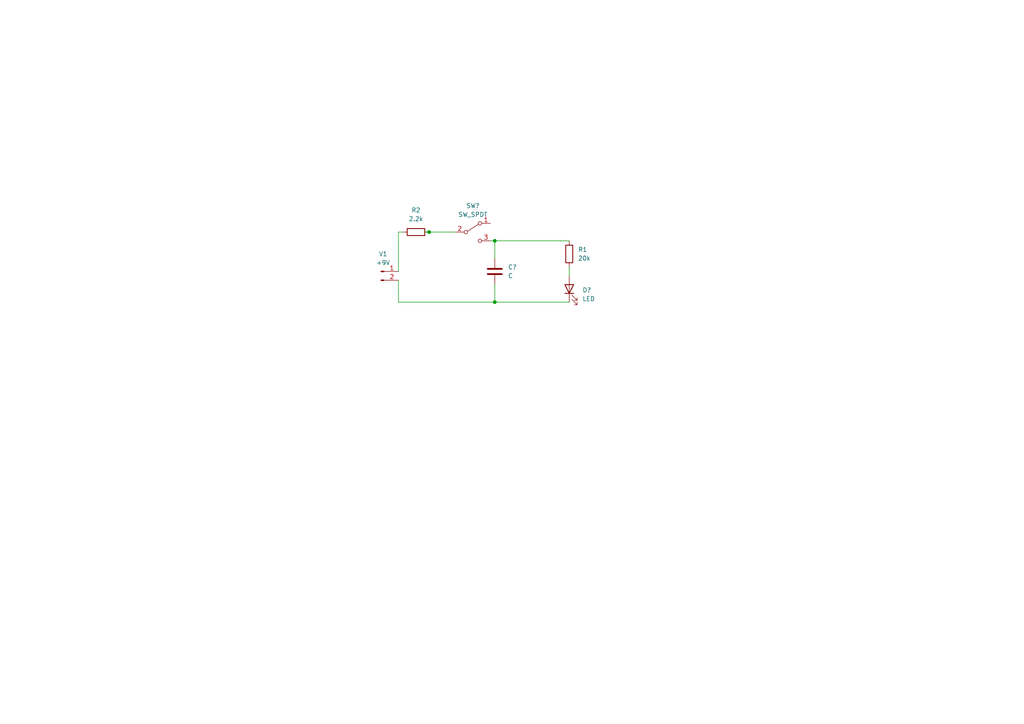
<source format=kicad_sch>
(kicad_sch (version 20211123) (generator eeschema)
  (paper "A4")
  (lib_symbols
    (symbol "Connector:Conn_01x02_Male" (pin_names (offset 1.016) hide)
      (property "Reference" "J" (at 0 2.54 0))
      (property "Value" "Conn_01x02_Male" (at 0 -5.08 0))
      (symbol "Conn_01x02_Male_1_1"
        (polyline (pts (xy 1.27 -2.54) (xy 0.8636 -2.54)) (stroke (width 0.1524)))
        (polyline (pts (xy 1.27 0) (xy 0.8636 0)) (stroke (width 0.1524)))
        (rectangle (start 0.8636 -2.413) (end 0 -2.667) (stroke (width 0.1524)) (fill (type outline)))
        (rectangle (start 0.8636 0.127) (end 0 -0.127) (stroke (width 0.1524)) (fill (type outline)))
        (pin passive line (at 5.08 0 180) (length 3.81) (name "Pin_1") (number "1"))
        (pin passive line (at 5.08 -2.54 180) (length 3.81) (name "Pin_2") (number "2"))
      )
    )
    (symbol "Device:C" (pin_numbers hide) (pin_names (offset 0.254))
      (property "Reference" "C" (at 0.635 2.54 0))
      (property "Value" "C" (at 0.635 -2.54 0))
      (symbol "C_0_1"
        (polyline (pts (xy -2.032 -0.762) (xy 2.032 -0.762)) (stroke (width 0.508)))
        (polyline (pts (xy -2.032 0.762) (xy 2.032 0.762)) (stroke (width 0.508)))
      )
      (symbol "C_1_1"
        (pin passive line (at 0 3.81 270) (length 2.794) (name "~") (number "1"))
        (pin passive line (at 0 -3.81 90) (length 2.794) (name "~") (number "2"))
      )
    )
    (symbol "Device:LED" (pin_numbers hide) (pin_names (offset 1.016) hide)
      (property "Reference" "D" (at 0 2.54 0))
      (property "Value" "LED" (at 0 -2.54 0))
      (symbol "LED_0_1"
        (polyline (pts (xy -1.27 -1.27) (xy -1.27 1.27)) (stroke (width 0.254)))
        (polyline (pts (xy -1.27 0) (xy 1.27 0)))
        (polyline (pts (xy 1.27 -1.27) (xy 1.27 1.27) (xy -1.27 0) (xy 1.27 -1.27)) (stroke (width 0.254)))
        (polyline (pts (xy -3.048 -0.762) (xy -4.572 -2.286) (xy -3.81 -2.286) (xy -4.572 -2.286) (xy -4.572 -1.524)))
        (polyline (pts (xy -1.778 -0.762) (xy -3.302 -2.286) (xy -2.54 -2.286) (xy -3.302 -2.286) (xy -3.302 -1.524)))
      )
      (symbol "LED_1_1"
        (pin passive line (at -3.81 0 0) (length 2.54) (name "K") (number "1"))
        (pin passive line (at 3.81 0 180) (length 2.54) (name "A") (number "2"))
      )
    )
    (symbol "Device:R" (pin_numbers hide) (pin_names (offset 0))
      (property "Reference" "R" (at 2.032 0 90))
      (property "Value" "R" (at 0 0 90))
      (symbol "R_0_1"
        (rectangle (start -1.016 -2.54) (end 1.016 2.54) (stroke (width 0.254)))
      )
      (symbol "R_1_1"
        (pin passive line (at 0 3.81 270) (length 1.27) (name "~") (number "1"))
        (pin passive line (at 0 -3.81 90) (length 1.27) (name "~") (number "2"))
      )
    )
    (symbol "Switch:SW_SPDT" (pin_names (offset 0) hide)
      (property "Reference" "SW" (at 0 4.318 0))
      (property "Value" "SW_SPDT" (at 0 -5.08 0))
      (symbol "SW_SPDT_0_0"
        (circle (center -2.032 0) (radius 0.508))
        (circle (center 2.032 -2.54) (radius 0.508))
      )
      (symbol "SW_SPDT_0_1"
        (polyline (pts (xy -1.524 0.254) (xy 1.651 2.286)))
        (circle (center 2.032 2.54) (radius 0.508))
      )
      (symbol "SW_SPDT_1_1"
        (pin passive line (at 5.08 2.54 180) (length 2.54) (name "A") (number "1"))
        (pin passive line (at -5.08 0 0) (length 2.54) (name "B") (number "2"))
        (pin passive line (at 5.08 -2.54 180) (length 2.54) (name "C") (number "3"))
      )
    )
  )
  (junction (at 124.46 67.31))
  (junction (at 143.51 87.63))
  (junction (at 143.51 69.85))
  (wire (pts (xy 165.1 77.47) (xy 165.1 80.01)))
  (wire (pts (xy 143.51 69.85) (xy 165.1 69.85)))
  (wire (pts (xy 142.24 69.85) (xy 143.51 69.85)))
  (wire (pts (xy 115.57 87.63) (xy 143.51 87.63)))
  (wire (pts (xy 115.57 81.28) (xy 115.57 87.63)))
  (wire (pts (xy 115.57 67.31) (xy 115.57 78.74)))
  (wire (pts (xy 132.08 67.31) (xy 124.46 67.31)))
  (wire (pts (xy 123.19 67.31) (xy 124.46 67.31)))
  (wire (pts (xy 143.51 82.55) (xy 143.51 87.63)))
  (wire (pts (xy 116.84 67.31) (xy 115.57 67.31)))
  (wire (pts (xy 143.51 87.63) (xy 165.1 87.63)))
  (wire (pts (xy 143.51 69.85) (xy 143.51 74.93)))
  (symbol (lib_id "Connector:Conn_01x02_Male") (at 110.49 78.74 0) (unit 1)
    (property "Reference" "V1" (at 111.125 73.66 0))
    (property "Value" "+9V" (at 111.125 76.2 0))
  )
  (symbol (lib_id "Switch:SW_SPDT") (at 137.16 67.31 0) (unit 1)
    (property "Reference" "SW?" (at 137.16 59.69 0))
    (property "Value" "SW_SPDT" (at 137.16 62.23 0))
  )
  (symbol (lib_id "Device:R") (at 120.65 67.31 90) (unit 1)
    (property "Reference" "R2" (at 120.65 60.96 90))
    (property "Value" "2.2k" (at 120.65 63.5 90))
  )
  (symbol (lib_id "Device:LED") (at 165.1 83.82 90) (unit 1)
    (property "Reference" "D?" (at 168.91 84.1374 90) (effects (justify right)))
    (property "Value" "LED" (at 168.91 86.6774 90) (effects (justify right)))
  )
  (symbol (lib_id "Device:C") (at 143.51 78.74 0) (unit 1)
    (property "Reference" "C?" (at 147.32 77.4699 0) (effects (justify left)))
    (property "Value" "C" (at 147.32 80.0099 0) (effects (justify left)))
  )
  (symbol (lib_id "Device:R") (at 165.1 73.66 180) (unit 1)
    (property "Reference" "R1" (at 167.64 72.3899 0) (effects (justify right)))
    (property "Value" "20k" (at 167.64 74.9299 0) (effects (justify right)))
  )
)
</source>
